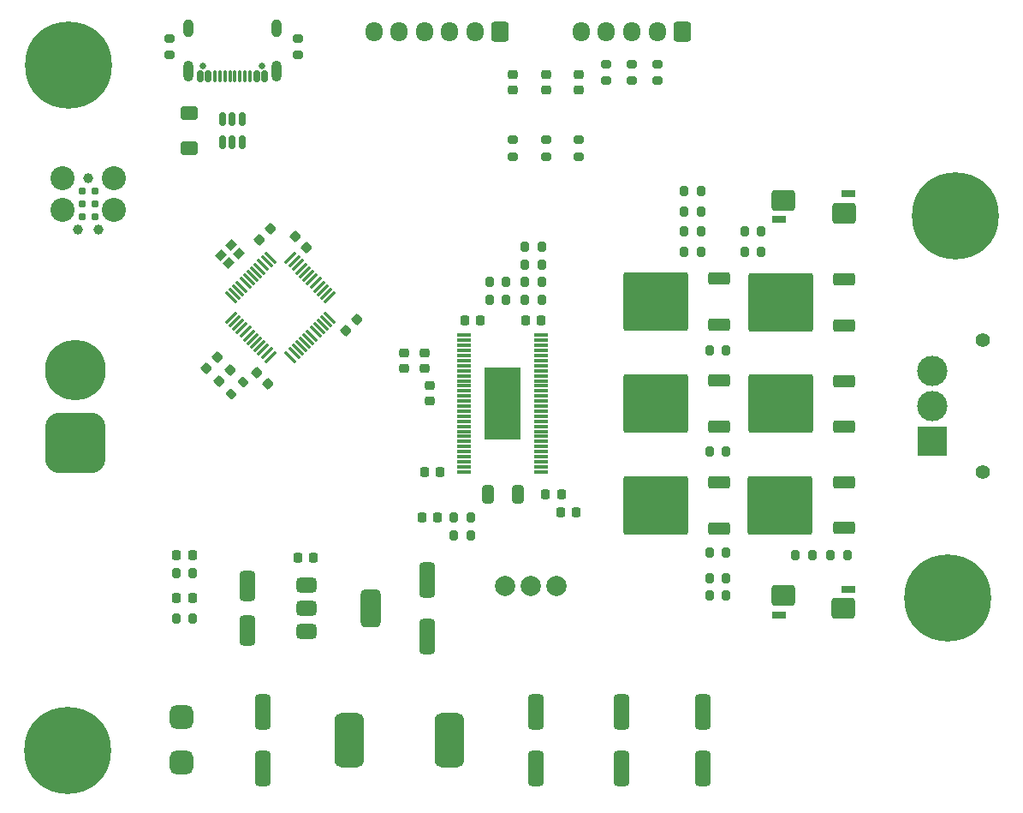
<source format=gts>
%TF.GenerationSoftware,KiCad,Pcbnew,8.0.4-1.fc40*%
%TF.CreationDate,2024-07-29T21:14:52+02:00*%
%TF.ProjectId,TractionHub,54726163-7469-46f6-9e48-75622e6b6963,rev?*%
%TF.SameCoordinates,Original*%
%TF.FileFunction,Soldermask,Top*%
%TF.FilePolarity,Negative*%
%FSLAX46Y46*%
G04 Gerber Fmt 4.6, Leading zero omitted, Abs format (unit mm)*
G04 Created by KiCad (PCBNEW 8.0.4-1.fc40) date 2024-07-29 21:14:52*
%MOMM*%
%LPD*%
G01*
G04 APERTURE LIST*
G04 Aperture macros list*
%AMRoundRect*
0 Rectangle with rounded corners*
0 $1 Rounding radius*
0 $2 $3 $4 $5 $6 $7 $8 $9 X,Y pos of 4 corners*
0 Add a 4 corners polygon primitive as box body*
4,1,4,$2,$3,$4,$5,$6,$7,$8,$9,$2,$3,0*
0 Add four circle primitives for the rounded corners*
1,1,$1+$1,$2,$3*
1,1,$1+$1,$4,$5*
1,1,$1+$1,$6,$7*
1,1,$1+$1,$8,$9*
0 Add four rect primitives between the rounded corners*
20,1,$1+$1,$2,$3,$4,$5,0*
20,1,$1+$1,$4,$5,$6,$7,0*
20,1,$1+$1,$6,$7,$8,$9,0*
20,1,$1+$1,$8,$9,$2,$3,0*%
%AMRotRect*
0 Rectangle, with rotation*
0 The origin of the aperture is its center*
0 $1 length*
0 $2 width*
0 $3 Rotation angle, in degrees counterclockwise*
0 Add horizontal line*
21,1,$1,$2,0,0,$3*%
G04 Aperture macros list end*
%ADD10RotRect,0.900000X0.800000X45.000000*%
%ADD11RoundRect,0.075000X-0.521491X0.415425X0.415425X-0.521491X0.521491X-0.415425X-0.415425X0.521491X0*%
%ADD12RoundRect,0.075000X-0.521491X-0.415425X-0.415425X-0.521491X0.521491X0.415425X0.415425X0.521491X0*%
%ADD13RoundRect,0.400000X-0.400000X1.100000X-0.400000X-1.100000X0.400000X-1.100000X0.400000X1.100000X0*%
%ADD14RoundRect,0.250000X0.850000X0.350000X-0.850000X0.350000X-0.850000X-0.350000X0.850000X-0.350000X0*%
%ADD15RoundRect,0.249997X2.950003X2.650003X-2.950003X2.650003X-2.950003X-2.650003X2.950003X-2.650003X0*%
%ADD16R,1.475000X0.300000*%
%ADD17R,3.610000X7.110000*%
%ADD18RoundRect,0.225000X0.017678X-0.335876X0.335876X-0.017678X-0.017678X0.335876X-0.335876X0.017678X0*%
%ADD19RoundRect,0.200000X0.275000X-0.200000X0.275000X0.200000X-0.275000X0.200000X-0.275000X-0.200000X0*%
%ADD20RoundRect,0.400000X0.400000X-1.350000X0.400000X1.350000X-0.400000X1.350000X-0.400000X-1.350000X0*%
%ADD21RoundRect,0.225000X-0.017678X0.335876X-0.335876X0.017678X0.017678X-0.335876X0.335876X-0.017678X0*%
%ADD22RoundRect,0.200000X-0.200000X-0.275000X0.200000X-0.275000X0.200000X0.275000X-0.200000X0.275000X0*%
%ADD23RoundRect,0.225000X-0.225000X-0.250000X0.225000X-0.250000X0.225000X0.250000X-0.225000X0.250000X0*%
%ADD24RoundRect,0.725000X-0.725000X-1.975000X0.725000X-1.975000X0.725000X1.975000X-0.725000X1.975000X0*%
%ADD25RoundRect,0.200000X-0.275000X0.200000X-0.275000X-0.200000X0.275000X-0.200000X0.275000X0.200000X0*%
%ADD26RoundRect,0.218750X0.218750X0.256250X-0.218750X0.256250X-0.218750X-0.256250X0.218750X-0.256250X0*%
%ADD27RoundRect,0.225000X0.250000X-0.225000X0.250000X0.225000X-0.250000X0.225000X-0.250000X-0.225000X0*%
%ADD28RoundRect,0.250000X-0.325000X-0.650000X0.325000X-0.650000X0.325000X0.650000X-0.325000X0.650000X0*%
%ADD29RoundRect,0.243600X-0.901400X-0.771400X0.901400X-0.771400X0.901400X0.771400X-0.901400X0.771400X0*%
%ADD30RoundRect,0.091200X-0.608800X-0.288800X0.608800X-0.288800X0.608800X0.288800X-0.608800X0.288800X0*%
%ADD31RoundRect,0.190000X-0.510000X-0.190000X0.510000X-0.190000X0.510000X0.190000X-0.510000X0.190000X0*%
%ADD32RoundRect,0.225000X0.225000X0.250000X-0.225000X0.250000X-0.225000X-0.250000X0.225000X-0.250000X0*%
%ADD33RoundRect,0.225000X-0.335876X-0.017678X-0.017678X-0.335876X0.335876X0.017678X0.017678X0.335876X0*%
%ADD34RoundRect,0.200000X0.200000X0.275000X-0.200000X0.275000X-0.200000X-0.275000X0.200000X-0.275000X0*%
%ADD35C,0.900000*%
%ADD36C,8.600000*%
%ADD37RoundRect,0.250000X0.600000X0.725000X-0.600000X0.725000X-0.600000X-0.725000X0.600000X-0.725000X0*%
%ADD38O,1.700000X1.950000*%
%ADD39RoundRect,1.500000X1.500000X-1.500000X1.500000X1.500000X-1.500000X1.500000X-1.500000X-1.500000X0*%
%ADD40C,6.000000*%
%ADD41RoundRect,0.575000X0.575000X-0.575000X0.575000X0.575000X-0.575000X0.575000X-0.575000X-0.575000X0*%
%ADD42C,1.400000*%
%ADD43R,3.000000X3.000000*%
%ADD44C,3.000000*%
%ADD45RoundRect,0.218750X-0.218750X-0.256250X0.218750X-0.256250X0.218750X0.256250X-0.218750X0.256250X0*%
%ADD46RoundRect,0.200000X-0.053033X0.335876X-0.335876X0.053033X0.053033X-0.335876X0.335876X-0.053033X0*%
%ADD47C,2.374900*%
%ADD48C,0.990600*%
%ADD49C,0.787400*%
%ADD50RoundRect,0.375000X-0.625000X-0.375000X0.625000X-0.375000X0.625000X0.375000X-0.625000X0.375000X0*%
%ADD51RoundRect,0.500000X-0.500000X-1.400000X0.500000X-1.400000X0.500000X1.400000X-0.500000X1.400000X0*%
%ADD52C,2.000000*%
%ADD53C,0.650000*%
%ADD54RoundRect,0.150000X0.150000X0.425000X-0.150000X0.425000X-0.150000X-0.425000X0.150000X-0.425000X0*%
%ADD55RoundRect,0.075000X0.075000X0.500000X-0.075000X0.500000X-0.075000X-0.500000X0.075000X-0.500000X0*%
%ADD56O,1.000000X2.100000*%
%ADD57O,1.000000X1.800000*%
%ADD58RoundRect,0.150000X0.150000X-0.512500X0.150000X0.512500X-0.150000X0.512500X-0.150000X-0.512500X0*%
%ADD59RoundRect,0.400000X-0.400000X1.350000X-0.400000X-1.350000X0.400000X-1.350000X0.400000X1.350000X0*%
%ADD60RoundRect,0.225000X0.335876X0.017678X0.017678X0.335876X-0.335876X-0.017678X-0.017678X-0.335876X0*%
%ADD61RoundRect,0.250000X0.600000X-0.400000X0.600000X0.400000X-0.600000X0.400000X-0.600000X-0.400000X0*%
G04 APERTURE END LIST*
D10*
X149143934Y-82883883D03*
X150133883Y-81893934D03*
X149356066Y-81116117D03*
X148366117Y-82106066D03*
D11*
X153251212Y-82362124D03*
X152897658Y-82715678D03*
X152544105Y-83069231D03*
X152190551Y-83422785D03*
X151836998Y-83776338D03*
X151483445Y-84129891D03*
X151129891Y-84483445D03*
X150776338Y-84836998D03*
X150422785Y-85190551D03*
X150069231Y-85544105D03*
X149715678Y-85897658D03*
X149362124Y-86251212D03*
D12*
X149362124Y-88248788D03*
X149715678Y-88602342D03*
X150069231Y-88955895D03*
X150422785Y-89309449D03*
X150776338Y-89663002D03*
X151129891Y-90016555D03*
X151483445Y-90370109D03*
X151836998Y-90723662D03*
X152190551Y-91077215D03*
X152544105Y-91430769D03*
X152897658Y-91784322D03*
X153251212Y-92137876D03*
D11*
X155248788Y-92137876D03*
X155602342Y-91784322D03*
X155955895Y-91430769D03*
X156309449Y-91077215D03*
X156663002Y-90723662D03*
X157016555Y-90370109D03*
X157370109Y-90016555D03*
X157723662Y-89663002D03*
X158077215Y-89309449D03*
X158430769Y-88955895D03*
X158784322Y-88602342D03*
X159137876Y-88248788D03*
D12*
X159137876Y-86251212D03*
X158784322Y-85897658D03*
X158430769Y-85544105D03*
X158077215Y-85190551D03*
X157723662Y-84836998D03*
X157370109Y-84483445D03*
X157016555Y-84129891D03*
X156663002Y-83776338D03*
X156309449Y-83422785D03*
X155955895Y-83069231D03*
X155602342Y-82715678D03*
X155248788Y-82362124D03*
D13*
X151000000Y-114800000D03*
X151000000Y-119200000D03*
D14*
X197667835Y-88979565D03*
D15*
X191367835Y-86699565D03*
D14*
X197667835Y-84419565D03*
D16*
X172424000Y-90000000D03*
X172424000Y-90500000D03*
X172424000Y-91000000D03*
X172424000Y-91500000D03*
X172424000Y-92000000D03*
X172424000Y-92500000D03*
X172424000Y-93000000D03*
X172424000Y-93500000D03*
X172424000Y-94000000D03*
X172424000Y-94500000D03*
X172424000Y-95000000D03*
X172424000Y-95500000D03*
X172424000Y-96000000D03*
X172424000Y-96500000D03*
X172424000Y-97000000D03*
X172424000Y-97500000D03*
X172424000Y-98000000D03*
X172424000Y-98500000D03*
X172424000Y-99000000D03*
X172424000Y-99500000D03*
X172424000Y-100000000D03*
X172424000Y-100500000D03*
X172424000Y-101000000D03*
X172424000Y-101500000D03*
X172424000Y-102000000D03*
X172424000Y-102500000D03*
X172424000Y-103000000D03*
X172424000Y-103500000D03*
X180000000Y-103500000D03*
X180000000Y-103000000D03*
X180000000Y-102500000D03*
X180000000Y-102000000D03*
X180000000Y-101500000D03*
X180000000Y-101000000D03*
X180000000Y-100500000D03*
X180000000Y-100000000D03*
X180000000Y-99500000D03*
X180000000Y-99000000D03*
X180000000Y-98500000D03*
X180000000Y-98000000D03*
X180000000Y-97500000D03*
X180000000Y-97000000D03*
X180000000Y-96500000D03*
X180000000Y-96000000D03*
X180000000Y-95500000D03*
X180000000Y-95000000D03*
X180000000Y-94500000D03*
X180000000Y-94000000D03*
X180000000Y-93500000D03*
X180000000Y-93000000D03*
X180000000Y-92500000D03*
X180000000Y-92000000D03*
X180000000Y-91500000D03*
X180000000Y-91000000D03*
X180000000Y-90500000D03*
X180000000Y-90000000D03*
D17*
X176212000Y-96750000D03*
D18*
X152201992Y-80548008D03*
X153298008Y-79451992D03*
D19*
X189000000Y-64825000D03*
X189000000Y-63175000D03*
D20*
X196000000Y-127200000D03*
X196000000Y-132800000D03*
D21*
X161798008Y-88451992D03*
X160701992Y-89548008D03*
D22*
X143925000Y-113500000D03*
X145575000Y-113500000D03*
D23*
X172475000Y-88500000D03*
X174025000Y-88500000D03*
D22*
X178425000Y-84750000D03*
X180075000Y-84750000D03*
D24*
X161050000Y-130000000D03*
X170950000Y-130000000D03*
D25*
X180500000Y-70675000D03*
X180500000Y-72325000D03*
D26*
X145537500Y-116000000D03*
X143962500Y-116000000D03*
D27*
X169000000Y-96525000D03*
X169000000Y-94975000D03*
D21*
X148048008Y-92201992D03*
X146951992Y-93298008D03*
D27*
X183750000Y-65775000D03*
X183750000Y-64225000D03*
D28*
X174775000Y-105750000D03*
X177725000Y-105750000D03*
D14*
X209959453Y-109058713D03*
D15*
X203659453Y-106778713D03*
D14*
X209959453Y-104498713D03*
D27*
X166500000Y-93275000D03*
X166500000Y-91725000D03*
D29*
X204009844Y-76669492D03*
D30*
X203564844Y-78574492D03*
D31*
X210424844Y-76034492D03*
D29*
X209979844Y-77939492D03*
D32*
X183525000Y-107500000D03*
X181975000Y-107500000D03*
D33*
X155701992Y-80201992D03*
X156798008Y-81298008D03*
D14*
X197634963Y-109092505D03*
D15*
X191334963Y-106812505D03*
D14*
X197634963Y-104532505D03*
D22*
X196675000Y-101500000D03*
X198325000Y-101500000D03*
X196675000Y-114000000D03*
X198325000Y-114000000D03*
D34*
X201825000Y-79750000D03*
X200175000Y-79750000D03*
D32*
X170025000Y-103500000D03*
X168475000Y-103500000D03*
D22*
X178425000Y-81250000D03*
X180075000Y-81250000D03*
X174925000Y-86500000D03*
X176575000Y-86500000D03*
D35*
X217000000Y-116000000D03*
X217944581Y-113719581D03*
X217944581Y-118280419D03*
X220225000Y-112775000D03*
D36*
X220225000Y-116000000D03*
D35*
X220225000Y-119225000D03*
X222505419Y-113719581D03*
X222505419Y-118280419D03*
X223450000Y-116000000D03*
D37*
X194000000Y-60000000D03*
D38*
X191500000Y-60000000D03*
X189000000Y-60000000D03*
X186500000Y-60000000D03*
X184000000Y-60000000D03*
D27*
X177250000Y-65775000D03*
X177250000Y-64225000D03*
D22*
X174925000Y-84750000D03*
X176575000Y-84750000D03*
X194175000Y-75750000D03*
X195825000Y-75750000D03*
D39*
X134000000Y-100600000D03*
D40*
X134000000Y-93400000D03*
D41*
X144500000Y-132250000D03*
X144500000Y-127750000D03*
D23*
X180475000Y-105750000D03*
X182025000Y-105750000D03*
D35*
X217775000Y-78225000D03*
X218719581Y-75944581D03*
X218719581Y-80505419D03*
X221000000Y-75000000D03*
D36*
X221000000Y-78225000D03*
D35*
X221000000Y-81450000D03*
X223280419Y-75944581D03*
X223280419Y-80505419D03*
X224225000Y-78225000D03*
D21*
X149298008Y-93451992D03*
X148201992Y-94548008D03*
D19*
X186500000Y-64825000D03*
X186500000Y-63175000D03*
D25*
X143250000Y-60675000D03*
X143250000Y-62325000D03*
D14*
X210000000Y-99060000D03*
D15*
X203700000Y-96780000D03*
D14*
X210000000Y-94500000D03*
D20*
X152500000Y-127200000D03*
X152500000Y-132800000D03*
D42*
X223675000Y-90500000D03*
X223675000Y-103500000D03*
D43*
X218675000Y-100500000D03*
D44*
X218675000Y-97000000D03*
X218675000Y-93500000D03*
D25*
X156000000Y-60675000D03*
X156000000Y-62325000D03*
D22*
X194175000Y-81750000D03*
X195825000Y-81750000D03*
D45*
X143962500Y-111750000D03*
X145537500Y-111750000D03*
D35*
X130055419Y-63280419D03*
X131000000Y-61000000D03*
X131000000Y-65560838D03*
X133280419Y-60055419D03*
D36*
X133280419Y-63280419D03*
D35*
X133280419Y-66505419D03*
X135560838Y-61000000D03*
X135560838Y-65560838D03*
X136505419Y-63280419D03*
D22*
X171425000Y-108000000D03*
X173075000Y-108000000D03*
X194175000Y-79750000D03*
X195825000Y-79750000D03*
X194175000Y-77750000D03*
X195825000Y-77750000D03*
D46*
X150583363Y-94666637D03*
X149416637Y-95833363D03*
D35*
X130000000Y-131000000D03*
X130944581Y-128719581D03*
X130944581Y-133280419D03*
X133225000Y-127775000D03*
D36*
X133225000Y-131000000D03*
D35*
X133225000Y-134225000D03*
X135505419Y-128719581D03*
X135505419Y-133280419D03*
X136450000Y-131000000D03*
D47*
X137790000Y-74460000D03*
D48*
X135250000Y-74460000D03*
D47*
X132710000Y-74460000D03*
X137790000Y-77635000D03*
X132710000Y-77635000D03*
D48*
X136266000Y-79540000D03*
X134234000Y-79540000D03*
D49*
X134615000Y-75730000D03*
X135885000Y-75730000D03*
X134615000Y-77000000D03*
X135885000Y-77000000D03*
X134615000Y-78270000D03*
X135885000Y-78270000D03*
D25*
X183750000Y-70675000D03*
X183750000Y-72325000D03*
D29*
X203968905Y-115734576D03*
D30*
X203523905Y-117639576D03*
D31*
X210383905Y-115099576D03*
D29*
X209938905Y-117004576D03*
D27*
X168500000Y-93275000D03*
X168500000Y-91725000D03*
D25*
X177250000Y-70675000D03*
X177250000Y-72325000D03*
D23*
X155975000Y-112000000D03*
X157525000Y-112000000D03*
D20*
X179500000Y-127200000D03*
X179500000Y-132800000D03*
D50*
X156850000Y-114700000D03*
X156850000Y-117000000D03*
D51*
X163150000Y-117000000D03*
D50*
X156850000Y-119300000D03*
D52*
X181540000Y-114750000D03*
X179000000Y-114750000D03*
X176460000Y-114750000D03*
D34*
X145575000Y-118000000D03*
X143925000Y-118000000D03*
D14*
X210000000Y-89000000D03*
D15*
X203700000Y-86720000D03*
D14*
X210000000Y-84440000D03*
D32*
X169775000Y-108000000D03*
X168225000Y-108000000D03*
D53*
X152390000Y-63355000D03*
X146610000Y-63355000D03*
D54*
X152700000Y-64430000D03*
X151900000Y-64430000D03*
D55*
X150750000Y-64430000D03*
X149750000Y-64430000D03*
X149250000Y-64430000D03*
X148250000Y-64430000D03*
D54*
X147100000Y-64430000D03*
X146300000Y-64430000D03*
X146300000Y-64430000D03*
X147100000Y-64430000D03*
D55*
X147750000Y-64430000D03*
X148750000Y-64430000D03*
X150250000Y-64430000D03*
X151250000Y-64430000D03*
D54*
X151900000Y-64430000D03*
X152700000Y-64430000D03*
D56*
X153820000Y-63855000D03*
D57*
X153820000Y-59675000D03*
D56*
X145180000Y-63855000D03*
D57*
X145180000Y-59675000D03*
D22*
X178425000Y-86500000D03*
X180075000Y-86500000D03*
D58*
X148550000Y-70887500D03*
X149500000Y-70887500D03*
X150450000Y-70887500D03*
X150450000Y-68612500D03*
X149500000Y-68612500D03*
X148550000Y-68612500D03*
D59*
X168750000Y-119800000D03*
X168750000Y-114200000D03*
D19*
X191500000Y-64825000D03*
X191500000Y-63175000D03*
D37*
X176000000Y-60000000D03*
D38*
X173500000Y-60000000D03*
X171000000Y-60000000D03*
X168500000Y-60000000D03*
X166000000Y-60000000D03*
X163500000Y-60000000D03*
D34*
X201825000Y-81750000D03*
X200175000Y-81750000D03*
D14*
X197634975Y-99057715D03*
D15*
X191334975Y-96777715D03*
D14*
X197634975Y-94497715D03*
D60*
X153048008Y-94798008D03*
X151951992Y-93701992D03*
D27*
X180500000Y-65775000D03*
X180500000Y-64225000D03*
D22*
X196675000Y-115750000D03*
X198325000Y-115750000D03*
X196675000Y-111500000D03*
X198325000Y-111500000D03*
X205175000Y-111750000D03*
X206825000Y-111750000D03*
D34*
X210325000Y-111750000D03*
X208675000Y-111750000D03*
D20*
X188000000Y-127200000D03*
X188000000Y-132800000D03*
D22*
X178425000Y-83000000D03*
X180075000Y-83000000D03*
D34*
X173075000Y-109750000D03*
X171425000Y-109750000D03*
D61*
X145250000Y-71500000D03*
X145250000Y-68000000D03*
D22*
X196675000Y-91500000D03*
X198325000Y-91500000D03*
D23*
X178475000Y-88500000D03*
X180025000Y-88500000D03*
M02*

</source>
